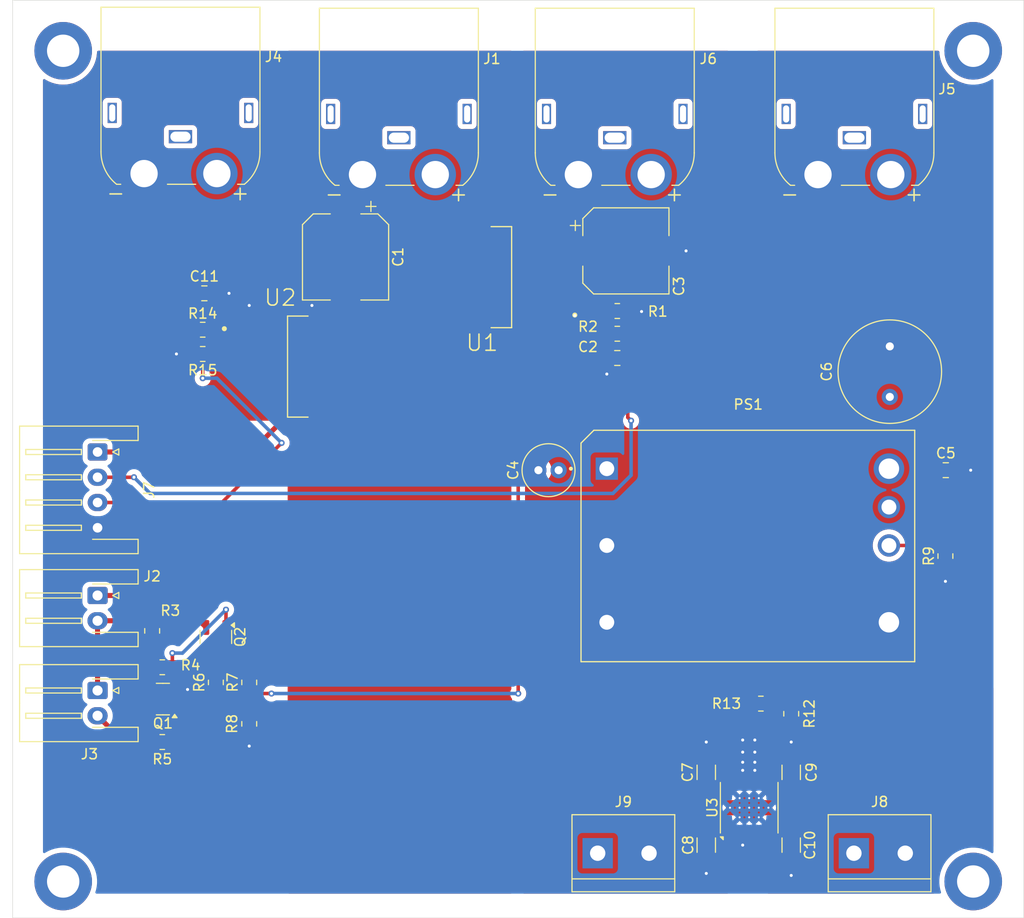
<source format=kicad_pcb>
(kicad_pcb (version 20241229) (generator "pcbnew") (generator_version "9.0")
  (layers (0 "F.Cu" signal) (2 "B.Cu" signal) (13 "F.Paste" user) (15 "B.Paste" user) (5 "F.SilkS" user "F.Silkscreen") (7 "B.SilkS" user "B.Silkscreen") (1 "F.Mask" user) (3 "B.Mask" user) (25 "Edge.Cuts" user))
  (net 0 "")
  (net 1 "GND")
  (net 2 "24V_BAT")
  (net 3 "LOAD_VCC")
  (net 4 "+12V")
  (net 5 "+5V")
  (net 6 "/HE_IS")
  (net 7 "Net-(J2-Pin_2)")
  (net 8 "Net-(J3-Pin_2)")
  (net 9 "/HE+")
  (net 10 "/PWR_CTRL_IS")
  (net 11 "/HE_CTRL")
  (net 12 "Net-(PS1-TRIM)")
  (net 13 "Net-(Q1-B)")
  (net 14 "Net-(Q1-C)")
  (net 15 "Net-(Q2-B)")
  (net 16 "Net-(Q2-C)")
  (net 17 "Net-(U1-IS)")
  (net 18 "/PWR_CTRL")
  (net 19 "Net-(U3-FB)")
  (net 20 "Net-(U2-IS)")
  (footprint "MountingHole:MountingHole_3.2mm_M3_ISO7380_Pad" (layer "F.Cu") (at 45 132.2)
    (property "Reference" "REF**" (hide yes))
    (property "Value" "MountingHole_3.2mm_M3_ISO7380_Pad" (hide yes))
    (pad "1" thru_hole circle (at 0 0) (size 5.7 5.7) (drill 3.2) (layers "*.Cu" "*.Mask"))
  )
  (footprint "Connector_JST:JST_XH_S2B-XH-A-1_1x02_P2.50mm_Horizontal" (layer "F.Cu") (at 48.4 103.9 -90)
    (property "Reference" "J2" (at -1.9 -5.4 0) (layer "F.SilkS"))
    (property "Value" "ESTOP")
    (pad "1" thru_hole roundrect (at 0 0 270) (size 1.7 2) (drill 1) (layers "*.Cu" "*.Mask") (roundrect_rratio 0.147059) (net 2 "24V_BAT"))
    (pad "2" thru_hole oval (at 2.5 0 270) (size 1.7 2) (drill 1) (layers "*.Cu" "*.Mask") (net 7 "Net-(J2-Pin_2)"))
  )
  (footprint "BTS50010-1TAE:BTS50010-1TAE" (layer "F.Cu") (at 69.6125 81.25)
    (property "Reference" "U2" (at -3.145 -6.82 0) (layer "F.SilkS") (effects (font (size 1.6 1.6))))
    (property "Value" "BTS50010-1TAE")
    (pad "1" smd rect (at -6.075 -3.81) (size 3.7 0.8) (layers "F.Cu" "F.Mask" "F.Paste") (net 1 "GND"))
    (pad "2" smd rect (at -6.075 -2.54) (size 3.7 0.8) (layers "F.Cu" "F.Mask" "F.Paste") (net 11 "/HE_CTRL"))
    (pad "3" smd rect (at -6.075 -1.27) (size 3.7 0.8) (layers "F.Cu" "F.Mask" "F.Paste") (net 20 "Net-(U2-IS)"))
    (pad "5" smd rect (at -6.075 1.27) (size 3.7 0.8) (layers "F.Cu" "F.Mask" "F.Paste") (net 9 "/HE+"))
    (pad "6" smd rect (at -6.075 2.54) (size 3.7 0.8) (layers "F.Cu" "F.Mask" "F.Paste") (net 9 "/HE+"))
    (pad "7" smd rect (at -6.075 3.81) (size 3.7 0.8) (layers "F.Cu" "F.Mask" "F.Paste") (net 9 "/HE+"))
    (pad "8" smd rect (at 3.925 0 90) (size 10.3 8) (layers "F.Cu" "F.Mask") (net 2 "24V_BAT"))
  )
  (footprint "Capacitor_SMD:CP_Elec_8x10" (layer "F.Cu") (at 100.65 69.8)
    (property "Reference" "C3" (at 5.25 3.5 90) (layer "F.SilkS"))
    (property "Value" "100uF")
    (pad "1" smd roundrect (at -3.25 0) (size 3.5 2.5) (layers "F.Cu" "F.Mask" "F.Paste") (roundrect_rratio 0.1) (net 3 "LOAD_VCC"))
    (pad "2" smd roundrect (at 3.25 0) (size 3.5 2.5) (layers "F.Cu" "F.Mask" "F.Paste") (roundrect_rratio 0.1) (net 1 "GND"))
  )
  (footprint "Package_TO_SOT_SMD:SOT-23" (layer "F.Cu") (at 60.1 108 -90)
    (property "Reference" "Q2" (at 0 -2.4 90) (layer "F.SilkS"))
    (property "Value" "MMBT3906")
    (pad "1" smd roundrect (at -0.9375 -0.95 270) (size 1.475 0.6) (layers "F.Cu" "F.Mask" "F.Paste") (net 15 "Net-(Q2-B)"))
    (pad "2" smd roundrect (at -0.9375 0.95 270) (size 1.475 0.6) (layers "F.Cu" "F.Mask" "F.Paste") (net 7 "Net-(J2-Pin_2)"))
    (pad "3" smd roundrect (at 0.9375 0 270) (size 1.475 0.6) (layers "F.Cu" "F.Mask" "F.Paste") (net 16 "Net-(Q2-C)"))
  )
  (footprint "Connector_AMASS:AMASS_XT60IPW-M_1x03_P7.20mm_Horizontal" (layer "F.Cu") (at 119.65 62.25)
    (property "Reference" "J5" (at 12.75 -8.45 0) (layer "F.SilkS"))
    (property "Value" "XT60-M")
    (fp_text user "+" (at 9.5 1.9 0) (layer "F.SilkS") (effects (font (size 1.5 1.5))))
    (fp_text user "-" (at -2.8 1.9 0) (layer "F.SilkS") (effects (font (size 1.5 1.5))))
    (pad "" thru_hole rect (at -3.15 -6) (size 0.9 2) (drill oval 0.6 1.7) (layers "*.Cu" "*.Mask"))
    (pad "" thru_hole rect (at 10.35 -6) (size 0.9 2) (drill oval 0.6 1.7) (layers "*.Cu" "*.Mask"))
    (pad "1" thru_hole roundrect (at 0 0) (size 4.1 4.1) (drill 2.7) (layers "*.Cu" "*.Mask") (net 1 "GND"))
    (pad "2" thru_hole circle (at 7.2 0) (size 4.1 4.1) (drill 2.7) (layers "*.Cu" "*.Mask") (net 4 "+12V"))
    (pad "3" thru_hole rect (at 3.6 -3.65) (size 2.3 1.3) (drill oval 2 1) (layers "*.Cu" "*.Mask"))
  )
  (footprint "Resistor_SMD:R_0805_2012Metric_Pad1.20x1.40mm_HandSolder" (layer "F.Cu") (at 132.25 100 90)
    (property "Reference" "R9" (at 0 -1.65 90) (layer "F.SilkS"))
    (property "Value" "1.4k")
    (pad "1" smd roundrect (at -1 0 90) (size 1.2 1.4) (layers "F.Cu" "F.Mask" "F.Paste") (roundrect_rratio 0.208333) (net 1 "GND"))
    (pad "2" smd roundrect (at 1 0 90) (size 1.2 1.4) (layers "F.Cu" "F.Mask" "F.Paste") (roundrect_rratio 0.208333) (net 12 "Net-(PS1-TRIM)"))
  )
  (footprint "Resistor_SMD:R_0805_2012Metric_Pad1.20x1.40mm_HandSolder" (layer "F.Cu") (at 114 114.6)
    (property "Reference" "R13" (at -3.4 0 0) (layer "F.SilkS"))
    (property "Value" "2.49k")
    (pad "1" smd roundrect (at -1 0) (size 1.2 1.4) (layers "F.Cu" "F.Mask" "F.Paste") (roundrect_rratio 0.208333) (net 1 "GND"))
    (pad "2" smd roundrect (at 1 0) (size 1.2 1.4) (layers "F.Cu" "F.Mask" "F.Paste") (roundrect_rratio 0.208333) (net 19 "Net-(U3-FB)"))
  )
  (footprint "Resistor_SMD:R_0805_2012Metric_Pad1.20x1.40mm_HandSolder" (layer "F.Cu") (at 99.8 75.75 180)
    (property "Reference" "R1" (at -4 -0.05 0) (layer "F.SilkS"))
    (property "Value" "1k" (hide yes))
    (pad "1" smd roundrect (at -1 0 180) (size 1.2 1.4) (layers "F.Cu" "F.Mask" "F.Paste") (roundrect_rratio 0.208333) (net 1 "GND"))
    (pad "2" smd roundrect (at 1 0 180) (size 1.2 1.4) (layers "F.Cu" "F.Mask" "F.Paste") (roundrect_rratio 0.208333) (net 17 "Net-(U1-IS)"))
  )
  (footprint "I6A24014A033V-001-R:I6A24014A033V-001-R" (layer "F.Cu") (at 112.7125 99)
    (property "Reference" "PS1" (at 0.0375 -14 0) (layer "F.SilkS"))
    (property "Value" "I6A24014A033V-001-R")
    (pad "1" thru_hole rect (at -13.95 -7.65) (size 2.205 2.205) (drill 1.47) (layers "*.Cu" "*.Mask") (net 3 "LOAD_VCC"))
    (pad "2" thru_hole circle (at -13.95 -0.05) (size 2.205 2.205) (drill 1.47) (layers "*.Cu" "*.Mask") (net 1 "GND"))
    (pad "3" thru_hole circle (at -13.95 7.55) (size 2.205 2.205) (drill 1.47) (layers "*.Cu" "*.Mask") (net 1 "GND"))
    (pad "4" thru_hole circle (at 13.95 7.55) (size 3.03 3.03) (drill 2.02) (layers "*.Cu" "*.Mask") (net 1 "GND"))
    (pad "6" thru_hole circle (at 13.95 -0.05) (size 2.205 2.205) (drill 1.47) (layers "*.Cu" "*.Mask") (net 12 "Net-(PS1-TRIM)"))
    (pad "7" thru_hole circle (at 13.95 -3.85) (size 2.205 2.205) (drill 1.47) (layers "*.Cu" "*.Mask") (net 4 "+12V"))
    (pad "8" thru_hole circle (at 13.95 -7.65) (size 3.03 3.03) (drill 2.02) (layers "*.Cu" "*.Mask") (net 4 "+12V"))
  )
  (footprint "Connector_AMASS:AMASS_XT60IPW-M_1x03_P7.20mm_Horizontal" (layer "F.Cu") (at 74.6 62.25)
    (property "Reference" "J1" (at 12.8 -11.45 0) (layer "F.SilkS"))
    (property "Value" "XT60-M")
    (fp_text user "-" (at -2.8 1.9 0) (layer "F.SilkS") (effects (font (size 1.5 1.5))))
    (fp_text user "+" (at 9.5 1.9 0) (layer "F.SilkS") (effects (font (size 1.5 1.5))))
    (pad "" thru_hole rect (at -3.15 -6) (size 0.9 2) (drill oval 0.6 1.7) (layers "*.Cu" "*.Mask"))
    (pad "" thru_hole rect (at 10.35 -6) (size 0.9 2) (drill oval 0.6 1.7) (layers "*.Cu" "*.Mask"))
    (pad "1" thru_hole roundrect (at 0 0) (size 4.1 4.1) (drill 2.7) (layers "*.Cu" "*.Mask") (net 1 "GND"))
    (pad "2" thru_hole circle (at 7.2 0) (size 4.1 4.1) (drill 2.7) (layers "*.Cu" "*.Mask") (net 2 "24V_BAT"))
    (pad "3" thru_hole rect (at 3.6 -3.65) (size 2.3 1.3) (drill oval 2 1) (layers "*.Cu" "*.Mask"))
  )
  (footprint "MountingHole:MountingHole_3.2mm_M3_ISO7380_Pad" (layer "F.Cu") (at 45 50)
    (property "Reference" "REF**" (hide yes))
    (property "Value" "MountingHole_3.2mm_M3_ISO7380_Pad" (hide yes))
    (pad "1" thru_hole circle (at 0 0) (size 5.7 5.7) (drill 3.2) (layers "*.Cu" "*.Mask"))
  )
  (footprint "Capacitor_SMD:C_0805_2012Metric_Pad1.18x1.45mm_HandSolder" (layer "F.Cu") (at 99.8 80.4 180)
    (property "Reference" "C2" (at 2.9 1.1 0) (layer "F.SilkS"))
    (property "Value" "10nF" (hide yes))
    (pad "1" smd roundrect (at -1.0375 0 180) (size 1.175 1.45) (layers "F.Cu" "F.Mask" "F.Paste") (roundrect_rratio 0.212766) (net 10 "/PWR_CTRL_IS"))
    (pad "2" smd roundrect (at 1.0375 0 180) (size 1.175 1.45) (layers "F.Cu" "F.Mask" "F.Paste") (roundrect_rratio 0.212766) (net 1 "GND"))
  )
  (footprint "Connector_AMASS:AMASS_XT60IPW-M_1x03_P7.20mm_Horizontal" (layer "F.Cu") (at 95.95 62.25)
    (property "Reference" "J6" (at 12.85 -11.45 0) (layer "F.SilkS"))
    (property "Value" "XT60-M")
    (fp_text user "+" (at 9.5 1.9 0) (layer "F.SilkS") (effects (font (size 1.5 1.5))))
    (fp_text user "-" (at -2.8 1.9 0) (layer "F.SilkS") (effects (font (size 1.5 1.5))))
    (pad "" thru_hole rect (at -3.15 -6) (size 0.9 2) (drill oval 0.6 1.7) (layers "*.Cu" "*.Mask"))
    (pad "" thru_hole rect (at 10.35 -6) (size 0.9 2) (drill oval 0.6 1.7) (layers "*.Cu" "*.Mask"))
    (pad "1" thru_hole roundrect (at 0 0) (size 4.1 4.1) (drill 2.7) (layers "*.Cu" "*.Mask") (net 1 "GND"))
    (pad "2" thru_hole circle (at 7.2 0) (size 4.1 4.1) (drill 2.7) (layers "*.Cu" "*.Mask") (net 3 "LOAD_VCC"))
    (pad "3" thru_hole rect (at 3.6 -3.65) (size 2.3 1.3) (drill oval 2 1) (layers "*.Cu" "*.Mask"))
  )
  (footprint "Capacitor_THT:C_Radial_D10.0mm_H12.5mm_P5.00mm" (layer "F.Cu") (at 126.75 84.25 90)
    (property "Reference" "C6" (at 2.5 -6.25 90) (layer "F.SilkS"))
    (property "Value" "330uF")
    (pad "1" thru_hole circle (at 0 0 90) (size 1.6 1.6) (drill 0.8) (layers "*.Cu" "*.Mask") (net 4 "+12V"))
    (pad "2" thru_hole circle (at 5 0 90) (size 1.6 1.6) (drill 0.8) (layers "*.Cu" "*.Mask") (net 1 "GND"))
  )
  (footprint "Resistor_SMD:R_0805_2012Metric_Pad1.20x1.40mm_HandSolder" (layer "F.Cu") (at 58.8 80)
    (property "Reference" "R14" (at 0 -4 0) (layer "F.SilkS"))
    (property "Value" "1k")
    (pad "1" smd roundrect (at -1 0) (size 1.2 1.4) (layers "F.Cu" "F.Mask" "F.Paste") (roundrect_rratio 0.208333) (net 1 "GND"))
    (pad "2" smd roundrect (at 1 0) (size 1.2 1.4) (layers "F.Cu" "F.Mask" "F.Paste") (roundrect_rratio 0.208333) (net 20 "Net-(U2-IS)"))
  )
  (footprint "Resistor_SMD:R_0805_2012Metric_Pad1.20x1.40mm_HandSolder" (layer "F.Cu") (at 53.8 107.4 90)
    (property "Reference" "R3" (at 2 1.8 180) (layer "F.SilkS"))
    (property "Value" "10k")
    (pad "1" smd roundrect (at -1 0 90) (size 1.2 1.4) (layers "F.Cu" "F.Mask" "F.Paste") (roundrect_rratio 0.208333) (net 14 "Net-(Q1-C)"))
    (pad "2" smd roundrect (at 1 0 90) (size 1.2 1.4) (layers "F.Cu" "F.Mask" "F.Paste") (roundrect_rratio 0.208333) (net 7 "Net-(J2-Pin_2)"))
  )
  (footprint "Resistor_SMD:R_0805_2012Metric_Pad1.20x1.40mm_HandSolder" (layer "F.Cu") (at 117 115.6 -90)
    (property "Reference" "R12" (at 0 -1.8 90) (layer "F.SilkS"))
    (property "Value" "10k")
    (pad "1" smd roundrect (at -1 0 270) (size 1.2 1.4) (layers "F.Cu" "F.Mask" "F.Paste") (roundrect_rratio 0.208333) (net 19 "Net-(U3-FB)"))
    (pad "2" smd roundrect (at 1 0 270) (size 1.2 1.4) (layers "F.Cu" "F.Mask" "F.Paste") (roundrect_rratio 0.208333) (net 5 "+5V"))
  )
  (footprint "Resistor_SMD:R_0805_2012Metric_Pad1.20x1.40mm_HandSolder" (layer "F.Cu") (at 99.8 78)
    (property "Reference" "R2" (at -2.9 -0.7 180) (layer "F.SilkS"))
    (property "Value" "4.7k" (hide yes))
    (pad "1" smd roundrect (at -1 0) (size 1.2 1.4) (layers "F.Cu" "F.Mask" "F.Paste") (roundrect_rratio 0.208333) (net 17 "Net-(U1-IS)"))
    (pad "2" smd roundrect (at 1 0) (size 1.2 1.4) (layers "F.Cu" "F.Mask" "F.Paste") (roundrect_rratio 0.208333) (net 10 "/PWR_CTRL_IS"))
  )
  (footprint "Capacitor_SMD:C_1206_3216Metric_Pad1.33x1.80mm_HandSolder" (layer "F.Cu") (at 117 121.4 90)
    (property "Reference" "C9" (at 0 2 90) (layer "F.SilkS"))
    (property "Value" "47uF")
    (pad "1" smd roundrect (at -1.5625 0 90) (size 1.325 1.8) (layers "F.Cu" "F.Mask" "F.Paste") (roundrect_rratio 0.188679) (net 5 "+5V"))
    (pad "2" smd roundrect (at 1.5625 0 90) (size 1.325 1.8) (layers "F.Cu" "F.Mask" "F.Paste") (roundrect_rratio 0.188679) (net 1 "GND"))
  )
  (footprint "Capacitor_THT:C_Radial_D5.0mm_H11.0mm_P2.00mm" (layer "F.Cu") (at 94 91.5 180)
    (property "Reference" "C4" (at 4.5 0 90) (layer "F.SilkS"))
    (property "Value" "22uF")
    (pad "1" thru_hole circle (at 0 0 180) (size 1.6 1.6) (drill 0.8) (layers "*.Cu" "*.Mask") (net 3 "LOAD_VCC"))
    (pad "2" thru_hole circle (at 2 0 180) (size 1.6 1.6) (drill 0.8) (layers "*.Cu" "*.Mask") (net 1 "GND"))
  )
  (footprint "Capacitor_SMD:C_1206_3216Metric_Pad1.33x1.80mm_HandSolder" (layer "F.Cu") (at 108.6 121.4 90)
    (property "Reference" "C7" (at 0 -1.85 90) (layer "F.SilkS"))
    (property "Value" "10uF")
    (pad "1" smd roundrect (at -1.5625 0 90) (size 1.325 1.8) (layers "F.Cu" "F.Mask" "F.Paste") (roundrect_rratio 0.188679) (net 3 "LOAD_VCC"))
    (pad "2" smd roundrect (at 1.5625 0 90) (size 1.325 1.8) (layers "F.Cu" "F.Mask" "F.Paste") (roundrect_rratio 0.188679) (net 1 "GND"))
  )
  (footprint "Connector_AMASS:AMASS_XT60IPW-M_1x03_P7.20mm_Horizontal" (layer "F.Cu") (at 53 62.15)
    (property "Reference" "J4" (at 12.8 -11.55 0) (layer "F.SilkS"))
    (property "Value" "XT60-M")
    (fp_text user "+" (at 9.5 1.9 0) (layer "F.SilkS") (effects (font (size 1.5 1.5))))
    (fp_text user "-" (at -2.8 1.9 0) (layer "F.SilkS") (effects (font (size 1.5 1.5))))
    (pad "" thru_hole rect (at -3.15 -6) (size 0.9 2) (drill oval 0.6 1.7) (layers "*.Cu" "*.Mask"))
    (pad "" thru_hole rect (at 10.35 -6) (size 0.9 2) (drill oval 0.6 1.7) (layers "*.Cu" "*.Mask"))
    (pad "1" thru_hole roundrect (at 0 0) (size 4.1 4.1) (drill 2.7) (layers "*.Cu" "*.Mask") (net 1 "GND"))
    (pad "2" thru_hole circle (at 7.2 0) (size 4.1 4.1) (drill 2.7) (layers "*.Cu" "*.Mask") (net 9 "/HE+"))
    (pad "3" thru_hole rect (at 3.6 -3.65) (size 2.3 1.3) (drill oval 2 1) (layers "*.Cu" "*.Mask"))
  )
  (footprint "Capacitor_SMD:C_1206_3216Metric_Pad1.33x1.80mm_HandSolder" (layer "F.Cu") (at 108.6 128.6 -90)
    (property "Reference" "C8" (at 0 1.8 90) (layer "F.SilkS"))
    (property "Value" "10uF")
    (pad "1" smd roundrect (at -1.5625 0 270) (size 1.325 1.8) (layers "F.Cu" "F.Mask" "F.Paste") (roundrect_rratio 0.188679) (net 3 "LOAD_VCC"))
    (pad "2" smd roundrect (at 1.5625 0 270) (size 1.325 1.8) (layers "F.Cu" "F.Mask" "F.Paste") (roundrect_rratio 0.188679) (net 1 "GND"))
  )
  (footprint "Resistor_SMD:R_0805_2012Metric_Pad1.20x1.40mm_HandSolder" (layer "F.Cu") (at 58.8 77.6 180)
    (property "Reference" "R15" (at 0 -4 0) (layer "F.SilkS"))
    (property "Value" "4.7k")
    (pad "1" smd roundrect (at -1 0 180) (size 1.2 1.4) (layers "F.Cu" "F.Mask" "F.Paste") (roundrect_rratio 0.208333) (net 20 "Net-(U2-IS)"))
    (pad "2" smd roundrect (at 1 0 180) (size 1.2 1.4) (layers "F.Cu" "F.Mask" "F.Paste") (roundrect_rratio 0.208333) (net 6 "/HE_IS"))
  )
  (footprint "Resistor_SMD:R_0805_2012Metric_Pad1.20x1.40mm_HandSolder" (layer "F.Cu") (at 63.4 116.6 90)
    (property "Reference" "R8" (at 0 -1.7 90) (layer "F.SilkS"))
    (property "Value" "10k")
    (pad "1" smd roundrect (at -1 0 90) (size 1.2 1.4) (layers "F.Cu" "F.Mask" "F.Paste") (roundrect_rratio 0.208333) (net 1 "GND"))
    (pad "2" smd roundrect (at 1 0 90) (size 1.2 1.4) (layers "F.Cu" "F.Mask" "F.Paste") (roundrect_rratio 0.208333) (net 18 "/PWR_CTRL"))
  )
  (footprint "Package_TO_SOT_SMD:SOT-23" (layer "F.Cu") (at 54.8625 114.15 180)
    (property "Reference" "Q1" (at 0 -2.4 0) (layer "F.SilkS"))
    (property "Value" "MMBT3904")
    (pad "1" smd roundrect (at -0.9375 -0.95 180) (size 1.475 0.6) (layers "F.Cu" "F.Mask" "F.Paste") (net 13 "Net-(Q1-B)"))
    (pad "2" smd roundrect (at -0.9375 0.95 180) (size 1.475 0.6) (layers "F.Cu" "F.Mask" "F.Paste") (net 1 "GND"))
    (pad "3" smd roundrect (at 0.9375 0 180) (size 1.475 0.6) (layers "F.Cu" "F.Mask" "F.Paste") (net 14 "Net-(Q1-C)"))
  )
  (footprint "Capacitor_SMD:C_1206_3216Metric_Pad1.33x1.80mm_HandSolder" (layer "F.Cu") (at 117 128.6 -90)
    (property "Reference" "C10" (at 0 -1.85 90) (layer "F.SilkS"))
    (property "Value" "47uF")
    (pad "1" smd roundrect (at -1.5625 0 270) (size 1.325 1.8) (layers "F.Cu" "F.Mask" "F.Paste") (roundrect_rratio 0.188679) (net 5 "+5V"))
    (pad "2" smd roundrect (at 1.5625 0 270) (size 1.325 1.8) (layers "F.Cu" "F.Mask" "F.Paste") (roundrect_rratio 0.188679) (net 1 "GND"))
  )
  (footprint "Capacitor_SMD:C_0805_2012Metric_Pad1.18x1.45mm_HandSolder" (layer "F.Cu") (at 58.9625 74)
    (property "Reference" "C11" (at 0 -1.68 0) (layer "F.SilkS"))
    (property "Value" "10nF")
    (pad "1" smd roundrect (at -1.0375 0) (size 1.175 1.45) (layers "F.Cu" "F.Mask" "F.Paste") (roundrect_rratio 0.212766) (net 6 "/HE_IS"))
    (pad "2" smd roundrect (at 1.0375 0) (size 1.175 1.45) (layers "F.Cu" "F.Mask" "F.Paste") (roundrect_rratio 0.212766) (net 1 "GND"))
  )
  (footprint "Resistor_SMD:R_0805_2012Metric_Pad1.20x1.40mm_HandSolder" (layer "F.Cu") (at 63.4 112.5 90)
    (property "Reference" "R7" (at 0 -1.65 90) (layer "F.SilkS"))
    (property "Value" "10k")
    (pad "1" smd roundrect (at -1 0 90) (size 1.2 1.4) (layers "F.Cu" "F.Mask" "F.Paste") (roundrect_rratio 0.208333) (net 18 "/PWR_CTRL"))
    (pad "2" smd roundrect (at 1 0 90) (size 1.2 1.4) (layers "F.Cu" "F.Mask" "F.Paste") (roundrect_rratio 0.208333) (net 16 "Net-(Q2-C)"))
  )
  (footprint "Resistor_SMD:R_0805_2012Metric_Pad1.20x1.40mm_HandSolder" (layer "F.Cu") (at 54.8 111)
    (property "Reference" "R4" (at 2.8 -0.2 0) (layer "F.SilkS"))
    (property "Value" "10k")
    (pad "1" smd roundrect (at -1 0) (size 1.2 1.4) (layers "F.Cu" "F.Mask" "F.Paste") (roundrect_rratio 0.208333) (net 14 "Net-(Q1-C)"))
    (pad "2" smd roundrect (at 1 0) (size 1.2 1.4) (layers "F.Cu" "F.Mask" "F.Paste") (roundrect_rratio 0.208333) (net 15 "Net-(Q2-B)"))
  )
  (footprint "Capacitor_SMD:C_0805_2012Metric_Pad1.18x1.45mm_HandSolder" (layer "F.Cu") (at 132.2875 91.5)
    (property "Reference" "C5" (at 0 -1.68 0) (layer "F.SilkS"))
    (property "Value" "100nF")
    (pad "1" smd roundrect (at -1.0375 0) (size 1.175 1.45) (layers "F.Cu" "F.Mask" "F.Paste") (roundrect_rratio 0.212766) (net 4 "+12V"))
    (pad "2" smd roundrect (at 1.0375 0) (size 1.175 1.45) (layers "F.Cu" "F.Mask" "F.Paste") (roundrect_rratio 0.212766) (net 1 "GND"))
  )
  (footprint "Connector_JST:JST_XH_S4B-XH-A-1_1x04_P2.50mm_Horizontal" (layer "F.Cu") (at 48.4 89.7 -90)
    (property "Reference" "J7" (at 3.75 -5.1 270) (layer "F.SilkS"))
    (property "Value" "Conn_01x04")
    (pad "1" thru_hole roundrect (at 0 0 270) (size 1.7 1.95) (drill 0.95) (layers "*.Cu" "*.Mask") (roundrect_rratio 0.147059) (net 11 "/HE_CTRL"))
    (pad "2" thru_hole oval (at 2.5 0 270) (size 1.7 1.95) (drill 0.95) (layers "*.Cu" "*.Mask") (net 10 "/PWR_CTRL_IS"))
    (pad "3" thru_hole oval (at 5 0 270) (size 1.7 1.95) (drill 0.95) (layers "*.Cu" "*.Mask") (net 6 "/HE_IS"))
    (pad "4" thru_hole oval (at 7.5 0 270) (size 1.7 1.95) (drill 0.95) (layers "*.Cu" "*.Mask") (net 1 "GND"))
  )
  (footprint "MountingHole:MountingHole_3.2mm_M3_ISO7380_Pad" (layer "F.Cu") (at 135 132.2)
    (property "Reference" "REF**" (hide yes))
    (property "Value" "MountingHole_3.2mm_M3_ISO7380_Pad" (hide yes))
    (pad "1" thru_hole circle (at 0 0) (size 5.7 5.7) (drill 3.2) (layers "*.Cu" "*.Mask"))
  )
  (footprint "TerminalBlock:TerminalBlock_bornier-2_P5.08mm" (layer "F.Cu") (at 123.2 129.4)
    (property "Reference" "J8" (at 2.54 -5.08 0) (layer "F.SilkS"))
    (property "Value" "Screw_Terminal_01x02")
    (pad "1" thru_hole rect (at 0 0) (size 3 3) (drill 1.52) (layers "*.Cu" "*.Mask") (net 5 "+5V"))
    (pad "2" thru_hole circle (at 5.08 0) (size 3 3) (drill 1.52) (layers "*.Cu" "*.Mask") (net 1 "GND"))
  )
  (footprint "BTS50010-1TAE:BTS50010-1TAE" (layer "F.Cu") (at 86.925 72.4 180)
    (property "Reference" "U1" (at 0.5 -6.5 0) (layer "F.SilkS") (effects (font (size 1.6 1.6))))
    (property "Value" "BTS50010-1TAE")
    (pad "1" smd rect (at -6.075 -3.81 180) (size 3.7 0.8) (layers "F.Cu" "F.Mask" "F.Paste") (net 1 "GND"))
    (pad "2" smd rect (at -6.075 -2.54 180) (size 3.7 0.8) (layers "F.Cu" "F.Mask" "F.Paste") (net 18 "/PWR_CTRL"))
    (pad "3" smd rect (at -6.075 -1.27 180) (size 3.7 0.8) (layers "F.Cu" "F.Mask" "F.Paste") (net 17 "Net-(U1-IS)"))
    (pad "5" smd rect (at -6.075 1.27 180) (size 3.7 0.8) (layers "F.Cu" "F.Mask" "F.Paste") (net 3 "LOAD_VCC"))
    (pad "6" smd rect (at -6.075 2.54 180) (size 3.7 0.8) (layers "F.Cu" "F.Mask" "F.Paste") (net 3 "LOAD_VCC"))
    (pad "7" smd rect (at -6.075 3.81 180) (size 3.7 0.8) (layers "F.Cu" "F.Mask" "F.Paste") (net 3 "LOAD_VCC"))
    (pad "8" smd rect (at 3.925 0 270) (size 10.3 8) (layers "F.Cu" "F.Mask") (net 2 "24V_BAT"))
  )
  (footprint "Package_DFN_QFN:Texas_B3QFN-14-1EP_5x5.5mm_P0.65mm_ThermalVia" (layer "F.Cu") (at 112.845 124.9 90)
    (property "Reference" "U3" (at 0 -3.65 90) (layer "F.SilkS"))
    (property "Value" "TPSM53604RDA")
    (pad "1" smd roundrect (at -2 -2.145 90) (size 1.4 0.5) (layers "F.Cu" "F.Mask" "F.Paste") (roundrect_rratio 0.1) (net 3 "LOAD_VCC"))
    (pad "2" smd roundrect (at -2.35 -1.17 90) (size 0.7 0.35) (layers "F.Cu" "F.Mask" "F.Paste") (roundrect_rratio 0.143) (net 3 "LOAD_VCC"))
    (pad "3" smd roundrect (at -2.35 -0.52 90) (size 0.7 0.35) (layers "F.Cu" "F.Mask" "F.Paste") (roundrect_rratio 0.143) (net 1 "GND"))
    (pad "4" smd roundrect (at -2.35 0.13 90) (size 0.7 0.35) (layers "F.Cu" "F.Mask" "F.Paste") (roundrect_rratio 0.143))
    (pad "5" smd roundrect (at -2.35 0.78 90) (size 0.7 0.35) (layers "F.Cu" "F.Mask" "F.Paste") (roundrect_rratio 0.143))
    (pad "6" smd roundrect (at -2.35 1.43 90) (size 0.7 0.35) (layers "F.Cu" "F.Mask" "F.Paste") (roundrect_rratio 0.143))
    (pad "7" smd roundrect (at -2 2.155 90) (size 1.4 0.5) (layers "F.Cu" "F.Mask" "F.Paste") (roundrect_rratio 0.1) (net 5 "+5V"))
    (pad "8" smd roundrect (at 2 2.155 90) (size 1.4 0.5) (layers "F.Cu" "F.Mask" "F.Paste") (roundrect_rratio 0.1) (net 5 "+5V"))
    (pad "9" smd roundrect (at 2.35 1.43 90) (size 0.7 0.35) (layers "F.Cu" "F.Mask" "F.Paste") (roundrect_rratio 0.143) (net 19 "Net-(U3-FB)"))
    (pad "10" smd roundrect (at 2.35 0.78 90) (size 0.7 0.35) (layers "F.Cu" "F.Mask" "F.Paste") (roundrect_rratio 0.143) (net 1 "GND"))
    (pad "11" smd roundrect (at 2.35 0.13 90) (size 0.7 0.35) (layers "F.Cu" "F.Mask" "F.Paste") (roundrect_rratio 0.143) (net 1 "GND"))
    (pad "12" smd roundrect (at 2.35 -0.52 90) (size 0.7 0.35) (layers "F.Cu" "F.Mask" "F.Paste") (roundrect_rratio 0.143) (net 1 "GND"))
    (pad "13" smd roundrect (at 2.35 -1.17 90) (size 0.7 0.35) (layers "F.Cu" "F.Mask" "F.Paste") (roundrect_rratio 0.143))
    (pad "14" smd roundrect (at 2 -2.145 90) (size 1.4 0.5) (layers "F.Cu" "F.Mask" "F.Paste") (roundrect_rratio 0.1) (net 3 "LOAD_VCC"))
    (pad "15" thru_hole circle (at -0.95 -0.95 90) (size 0.5 0.5) (drill 0.2) (layers "*.Cu" "*.Mask") (net 1 "GND"))
    (pad "15" thru_hole circle (at -0.95 0 90) (size 0.5 0.5) (drill 0.2) (layers "*.Cu" "*.Mask") (net 1 "GND"))
    (pad "15" thru_hole circle (at -0.95 0.95 90) (size 0.5 0.5) (drill 0.2) (layers "*.Cu" "*.Mask") (net 1 "GND"))
    (pad "15" thru_hole circle (at 0 -1.9 90) (size 0.5 0.5) (drill 0.2) (layers "*.Cu" "*.Mask") (net 1 "GND"))
    (pad "15" thru_hole circle (at 0 -0.95 90) (size 0.5 0.5) (drill 0.2) (layers "*.Cu" "*.Mask") (net 1 "GND"))
    (pad "15" thru_hole circle (at 0 0 90) (size 0.5 0.5) (drill 0.2) (layers "*.Cu" "*.Mask") (net 1 "GND"))
    (pad "15" smd custom (at 0 0 90) (size 2.5 2.5) (layers "F.Cu" "F.Mask") (net 1 "GND") (options (clearance outline) (anchor rect)) (primitives (gr_poly (pts (xy 0.75 -1.25) (xy -0.75 -1.25) (xy -0.75 -2.3) (xy 0.75 -2.3)) (width 0) (fill yes)) (gr_poly (pts (xy 0.75 2.3) (xy -0.75 2.3) (xy -0.75 1.25) (xy 0.75 1.25)) (width 0) (fill yes))))
    (pad "15" thru_hole circle (at 0 0.95 90) (size 0.5 0.5) (drill 0.2) (layers "*.Cu" "*.Mask") (net 1 "GND"))
    (pad "15" thru_hole circle (at 0 1.9 90) (size 0.5 0.5) (drill 0.2) (layers "*.Cu" "*.Mask") (net 1 "GND"))
    (pad "15" thru_hole circle (at 0.95 -0.95 90) (size 0.5 0.5) (drill 0.2) (layers "*.Cu" "*.Mask") (net 1 "GND"))
    (pad "15" thru_hole circle (at 0.95 0 90) (size 0.5 0.5) (drill 0.2) (layers "*.Cu" "*.Mask") (net 1 "GND"))
    (pad "15" thru_hole circle (at 0.95 0.95 90) (size 0.5 0.5) (drill 0.2) (layers "*.Cu" "*.Mask") (net 1 "GND"))
  )
  (footprint "MountingHole:MountingHole_3.2mm_M3_ISO7380_Pad" (layer "F.Cu") (at 135 50)
    (property "Reference" "REF**" (hide yes))
    (property "Value" "MountingHole_3.2mm_M3_ISO7380_Pad" (hide yes))
    (pad "1" thru_hole circle (at 0 0) (size 5.7 5.7) (drill 3.2) (layers "*.Cu" "*.Mask"))
  )
  (footprint "Capacitor_SMD:CP_Elec_8x10" (layer "F.Cu") (at 72.925 70.4 -90)
    (property "Reference" "C1" (at 0 -5.2 90) (layer "F.SilkS"))
    (property "Value" "100uF")
    (pad "1" smd roundrect (at -3.25 0 270) (size 3.5 2.5) (layers "F.Cu" "F.Mask" "F.Paste") (roundrect_rratio 0.1) (net 2 "24V_BAT"))
    (pad "2" smd roundrect (at 3.25 0 270) (size 3.5 2.5) (layers "F.Cu" "F.Mask" "F.Paste") (roundrect_rratio 0.1) (net 1 "GND"))
  )
  (footprint "Resistor_SMD:R_0805_2012Metric_Pad1.20x1.40mm_HandSolder" (layer "F.Cu") (at 60.1 112.5 90)
    (property "Reference" "R6" (at 0 -1.65 90) (layer "F.SilkS"))
    (property "Value" "10k")
    (pad "1" smd roundrect (at -1 0 90) (size 1.2 1.4) (layers "F.Cu" "F.Mask" "F.Paste") (roundrect_rratio 0.208333) (net 13 "Net-(Q1-B)"))
    (pad "2" smd roundrect (at 1 0 90) (size 1.2 1.4) (layers "F.Cu" "F.Mask" "F.Paste") (roundrect_rratio 0.208333) (net 16 "Net-(Q2-C)"))
  )
  (footprint "Connector_JST:JST_XH_S2B-XH-A-1_1x02_P2.50mm_Horizontal" (layer "F.Cu") (at 48.4 113.3 -90)
    (property "Reference" "J3" (at 6.3 0.8 0) (layer "F.SilkS"))
    (property "Value" "ON")
    (pad "1" thru_hole roundrect (at 0 0 270) (size 1.7 2) (drill 1) (layers "*.Cu" "*.Mask") (roundrect_rratio 0.147059) (net 7 "Net-(J2-Pin_2)"))
    (pad "2" thru_hole oval (at 2.5 0 270) (size 1.7 2) (drill 1) (layers "*.Cu" "*.Mask") (net 8 "Net-(J3-Pin_2)"))
  )
  (footprint "Resistor_SMD:R_0805_2012Metric_Pad1.20x1.40mm_HandSolder" (layer "F.Cu") (at 54.8 118.4)
    (property "Reference" "R5" (at 0 1.7 0) (layer "F.SilkS"))
    (property "Value" "10k")
    (pad "1" smd roundrect (at -1 0) (size 1.2 1.4) (layers "F.Cu" "F.Mask" "F.Paste") (roundrect_rratio 0.208333) (net 8 "Net-(J3-Pin_2)"))
    (pad "2" smd roundrect (at 1 0) (size 1.2 1.4) (layers "F.Cu" "F.Mask" "F.Paste") (roundrect_rratio 0.208333) (net 13 "Net-(Q1-B)"))
  )
  (footprint "TerminalBlock:TerminalBlock_bornier-2_P5.08mm" (layer "F.Cu") (at 97.86 129.4)
    (property "Reference" "J9" (at 2.54 -5.08 0) (layer "F.SilkS"))
    (property "Value" "Screw_Terminal_01x02")
    (pad "1" thru_hole rect (at 0 0) (size 3 3) (drill 1.52) (layers "*.Cu" "*.Mask") (net 3 "LOAD_VCC"))
    (pad "2" thru_hole circle (at 5.08 0) (size 3 3) (drill 1.52) (layers "*.Cu" "*.Mask") (net 1 "GND"))
  )
  (gr_rect (start 40 45) (end 140 135.8) (stroke (width 0.05)) (fill no) (layer "Edge.Cuts"))
  (segment (start 98.7625 80.4) (end 98.7625 81.9875) (width 0.35) (layer "F.Cu") (net 1))
  (segment (start 57.8 80) (end 56.2 80) (width 0.35) (layer "F.Cu") (net 1))
  (segment (start 103.9 69.8) (end 106.6 69.8) (width 0.35) (layer "F.Cu") (net 1))
  (segment (start 117 130.1625) (end 117 131.6) (width 0.35) (layer "F.Cu") (net 1))
  (segment (start 72.925 73.65) (end 71.15 73.65) (width 0.35) (layer "F.Cu") (net 1))
  (segment (start 112.325 127.25) (end 112.325 128.475) (width 0.35) (layer "F.Cu") (net 1))
  (segment (start 100.8 75.75) (end 102.15 75.75) (width 0.35) (layer "F.Cu") (net 1))
  (segment (start 63.5375 75.3375) (end 63.4 75.2) (width 0.5) (layer "F.Cu") (net 1))
  (segment (start 71.15 73.65) (end 69.6 75.2) (width 0.35) (layer "F.Cu") (net 1))
  (segment (start 108.6 130.1625) (end 108.6 131.4) (width 0.35) (layer "F.Cu") (net 1))
  (segment (start 112.325 128.475) (end 112.2 128.6) (width 0.35) (layer "F.Cu") (net 1))
  (segment (start 55.8 113.2) (end 57.3 113.2) (width 0.5) (layer "F.Cu") (net 1))
  (segment (start 63.5375 77.44) (end 63.5375 75.3375) (width 0.5) (layer "F.Cu") (net 1))
  (segment (start 108.6 119.8375) (end 108.6 118.4) (width 0.35) (layer "F.Cu") (net 1))
  (segment (start 132.25 101) (end 132.25 102.5) (width 0.35) (layer "F.Cu") (net 1))
  (segment (start 133.325 91.5) (end 134.75 91.5) (width 0.35) (layer "F.Cu") (net 1))
  (segment (start 95.59 76.21) (end 95.6 76.2) (width 0.35) (layer "F.Cu") (net 1))
  (segment (start 63.4 117.6) (end 63.4 118.8) (width 0.35) (layer "F.Cu") (net 1))
  (segment (start 60 74) (end 61.4 74) (width 0.5) (layer "F.Cu") (net 1))
  (segment (start 93 76.21) (end 95.59 76.21) (width 0.35) (layer "F.Cu") (net 1))
  (segment (start 102.15 75.75) (end 102.2 75.8) (width 0.35) (layer "F.Cu") (net 1))
  (segment (start 117 119.8375) (end 117 118.4) (width 0.35) (layer "F.Cu") (net 1))
  (via (at 113.4 121.2) (size 0.6) (drill 0.3) (layers "F.Cu" "B.Cu") (net 1))
  (via (at 108.6 131.4) (size 0.6) (drill 0.3) (layers "F.Cu" "B.Cu") (net 1))
  (via (at 61.4 74) (size 0.6) (drill 0.3) (layers "F.Cu" "B.Cu") (net 1))
  (via (at 112.2 121.2) (size 0.6) (drill 0.3) (layers "F.Cu" "B.Cu") (net 1))
  (via (at 98.7625 81.9875) (size 0.6) (drill 0.3) (layers "F.Cu" "B.Cu") (net 1))
  (via (at 117 118.4) (size 0.6) (drill 0.3) (layers "F.Cu" "B.Cu") (net 1))
  (via (at 63.4 118.8) (size 0.6) (drill 0.3) (layers "F.Cu" "B.Cu") (net 1))
  (via (at 134.75 91.5) (size 0.6) (drill 0.3) (layers "F.Cu" "B.Cu") (net 1))
  (via (at 56.2 80) (size 0.6) (drill 0.3) (layers "F.Cu" "B.Cu") (net 1))
  (via (at 117 131.6) (size 0.6) (drill 0.3) (layers "F.Cu" "B.Cu") (net 1))
  (via (at 102.2 75.8) (size 0.6) (drill 0.3) (layers "F.Cu" "B.Cu") (net 1))
  (via (at 95.6 76.2) (size 0.6) (drill 0.3) (layers "F.Cu" "B.Cu") (net 1))
  (via (at 112.2 119.4) (size 0.6) (drill 0.3) (layers "F.Cu" "B.Cu") (net 1))
  (via (at 106.6 69.8) (size 0.6) (drill 0.3) (layers "F.Cu" "B.Cu") (net 1))
  (via (at 112.2 118.2) (size 0.6) (drill 0.3) (layers "F.Cu" "B.Cu") (net 1))
  (via (at 57.3 113.2) (size 0.6) (drill 0.3) (layers "F.Cu" "B.Cu") (net 1))
  (via (at 112.2 120.4) (size 0.6) (drill 0.3) (layers "F.Cu" "B.Cu") (net 1))
  (via (at 63.4 75.2) (size 0.6) (drill 0.3) (layers "F.Cu" "B.Cu") (net 1))
  (via (at 108.6 118.4) (size 0.6) (drill 0.3) (layers "F.Cu" "B.Cu") (net 1))
  (via (at 113.4 120.4) (size 0.6) (drill 0.3) (layers "F.Cu" "B.Cu") (net 1))
  (via (at 113.4 119.4) (size 0.6) (drill 0.3) (layers "F.Cu" "B.Cu") (net 1))
  (via (at 69.6 75.2) (size 0.6) (drill 0.3) (layers "F.Cu" "B.Cu") (net 1))
  (via (at 132.25 102.5) (size 0.6) (drill 0.3) (layers "F.Cu" "B.Cu") (net 1))
  (via (at 112.2 128.6) (size 0.6) (drill 0.3) (layers "F.Cu" "B.Cu") (net 1))
  (via (at 113.4 118.2) (size 0.6) (drill 0.3) (layers "F.Cu" "B.Cu") (net 1))
  (segment (start 64.85 103.9) (end 67.7 103.9) (width 0.5) (layer "F.Cu") (net 2))
  (segment (start 48.4 103.9) (end 64.85 103.9) (width 0.5) (layer "F.Cu") (net 2))
  (segment (start 110.6375 122.9625) (end 110.7 122.9) (width 0.35) (layer "F.Cu") (net 3))
  (segment (start 108.6 122.9625) (end 110.6375 122.9625) (width 0.35) (layer "F.Cu") (net 3))
  (segment (start 110.5625 127.0375) (end 110.7 126.9) (width 0.35) (layer "F.Cu") (net 3))
  (segment (start 111.675 127.25) (end 111.05 127.25) (width 0.35) (layer "F.Cu") (net 3))
  (segment (start 111.05 127.25) (end 110.7 126.9) (width 0.35) (layer "F.Cu") (net 3))
  (segment (start 108.6 127.0375) (end 110.5625 127.0375) (width 0.35) (layer "F.Cu") (net 3))
  (segment (start 115 122.9) (end 115 121.6) (width 0.35) (layer "F.Cu") (net 5))
  (segment (start 115 126.9) (end 115 128.2) (width 0.35) (layer "F.Cu") (net 5))
  (segment (start 116.8625 126.9) (end 117 127.0375) (width 0.35) (layer "F.Cu") (net 5))
  (segment (start 115 126.9) (end 116.8625 126.9) (width 0.35) (layer "F.Cu") (net 5))
  (segment (start 116.9375 122.9) (end 117 122.9625) (width 0.35) (layer "F.Cu") (net 5))
  (segment (start 115 122.9) (end 116.9375 122.9) (width 0.35) (layer "F.Cu") (net 5))
  (segment (start 57.925 77.475) (end 57.8 77.6) (width 0.35) (layer "F.Cu") (net 6))
  (segment (start 48.4 94.7) (end 60.7 94.7) (width 0.35) (layer "F.Cu") (net 6))
  (segment (start 60.7 94.7) (end 66.6 88.8) (width 0.35) (layer "F.Cu") (net 6))
  (segment (start 57.925 74) (end 57.925 77.475) (width 0.35) (layer "F.Cu") (net 6))
  (segment (start 57.8 77.6) (end 58.8 78.6) (width 0.35) (layer "F.Cu") (net 6))
  (segment (start 58.8 78.6) (end 58.8 82.4) (width 0.35) (layer "F.Cu") (net 6))
  (via (at 58.8 82.4) (size 0.6) (drill 0.3) (layers "F.Cu" "B.Cu") (net 6))
  (via (at 66.6 88.8) (size 0.6) (drill 0.3) (layers "F.Cu" "B.Cu") (net 6))
  (segment (start 66.6 88.8) (end 60.2 82.4) (width 0.35) (layer "B.Cu") (net 6))
  (segment (start 60.2 82.4) (end 58.8 82.4) (width 0.35) (layer "B.Cu") (net 6))
  (segment (start 59.15 107.0625) (end 58.4875 106.4) (width 0.5) (layer "F.Cu") (net 7))
  (segment (start 48.4 106.4) (end 48.4 113.3) (width 0.5) (layer "F.Cu") (net 7))
  (segment (start 53.8 106.4) (end 48.4 106.4) (width 0.5) (layer "F.Cu") (net 7))
  (segment (start 58.4875 106.4) (end 53.8 106.4) (width 0.5) (layer "F.Cu") (net 7))
  (segment (start 51 118.4) (end 48.4 115.8) (width 0.5) (layer "F.Cu") (net 8))
  (segment (start 53.8 118.4) (end 51 118.4) (width 0.5) (layer "F.Cu") (net 8))
  (segment (start 100.8 78) (end 100.8 80.3625) (width 0.35) (layer "F.Cu") (net 10))
  (segment (start 100.8375 80.4) (end 100.8375 86.275) (width 0.35) (layer "F.Cu") (net 10))
  (segment (start 100.8375 86.275) (end 101.1625 86.6) (width 0.35) (layer "F.Cu") (net 10))
  (segment (start 100.8 80.3625) (end 100.8375 80.4) (width 0.35) (layer "F.Cu") (net 10))
  (segment (start 48.4 92.2) (end 52 92.2) (width 0.35) (layer "F.Cu") (net 10))
  (via (at 52 92.2) (size 0.6) (drill 0.3) (layers "F.Cu" "B.Cu") (net 10))
  (via (at 101.1625 86.6) (size 0.6) (drill 0.3) (layers "F.Cu" "B.Cu") (net 10))
  (segment (start 53.6 93.8) (end 52 92.2) (width 0.35) (layer "B.Cu") (net 10))
  (segment (start 101.1625 86.6) (end 101.1625 92) (width 0.35) (layer "B.Cu") (net 10))
  (segment (start 99.3625 93.8) (end 53.6 93.8) (width 0.35) (layer "B.Cu") (net 10))
  (segment (start 101.1625 92) (end 99.3625 93.8) (width 0.35) (layer "B.Cu") (net 10))
  (segment (start 66.2 87.075) (end 63.575 89.7) (width 0.5) (layer "F.Cu") (net 11))
  (segment (start 66.2 79.1725) (end 65.7375 78.71) (width 0.35) (layer "F.Cu") (net 11))
  (segment (start 66.2 79.1725) (end 66.2 87.075) (width 0.5) (layer "F.Cu") (net 11))
  (segment (start 65.7375 78.71) (end 63.5375 78.71) (width 0.35) (layer "F.Cu") (net 11))
  (segment (start 63.575 89.7) (end 48.4 89.7) (width 0.5) (layer "F.Cu") (net 11))
  (segment (start 126.6625 98.95) (end 132.2 98.95) (width 0.35) (layer "F.Cu") (net 12))
  (segment (start 132.2 98.95) (end 132.25 99) (width 0.35) (layer "F.Cu") (net 12))
  (segment (start 58.5 115.1) (end 60.1 113.5) (width 0.5) (layer "F.Cu") (net 13))
  (segment (start 55.8 118.4) (end 55.8 115.1) (width 0.5) (layer "F.Cu") (net 13))
  (segment (start 55.8 115.1) (end 58.5 115.1) (width 0.5) (layer "F.Cu") (net 13))
  (segment (start 53.8 108.4) (end 53.8 111) (width 0.5) (layer "F.Cu") (net 14))
  (segment (start 53.8 114.025) (end 53.925 114.15) (width 0.5) (layer "F.Cu") (net 14))
  (segment (start 53.8 111) (end 53.8 114.025) (width 0.5) (layer "F.Cu") (net 14))
  (segment (start 61.1 105.3) (end 61.1 107.0125) (width 0.35) (layer "F.Cu") (net 15))
  (segment (start 61.1 107.0125) (end 61.05 107.0625) (width 0.35) (layer "F.Cu") (net 15))
  (segment (start 55.8 111) (end 55.8 109.6) (width 0.35) (layer "F.Cu") (net 15))
  (via (at 55.8 109.6) (size 0.6) (drill 0.3) (layers "F.Cu" "B.Cu") (net 15))
  (via (at 61.1 105.3) (size 0.6) (drill 0.3) (layers "F.Cu" "B.Cu") (net 15))
  (segment (start 56.8 109.6) (end 61.1 105.3) (width 0.35) (layer "B.Cu") (net 15))
  (segment (start 55.8 109.6) (end 56.8 109.6) (width 0.35) (layer "B.Cu") (net 15))
  (segment (start 60.1 111.5) (end 60.1 108.9375) (width 0.35) (layer "F.Cu") (net 16))
  (segment (start 63.4 111.5) (end 60.1 111.5) (width 0.35) (layer "F.Cu") (net 16))
  (segment (start 97.15 75.75) (end 98.8 75.75) (width 0.35) (layer "F.Cu") (net 17))
  (segment (start 93.02 73.65) (end 93 73.67) (width 0.35) (layer "F.Cu") (net 17))
  (segment (start 93 73.67) (end 95.07 73.67) (width 0.35) (layer "F.Cu") (net 17))
  (segment (start 98.8 75.75) (end 98.8 78) (width 0.35) (layer "F.Cu") (net 17))
  (segment (start 95.07 73.67) (end 97.15 75.75) (width 0.35) (layer "F.Cu") (net 17))
  (segment (start 63.5 113.6) (end 63.4 113.5) (width 0.35) (layer "F.Cu") (net 18))
  (segment (start 91.268 74.94) (end 90 76.208) (width 0.35) (layer "F.Cu") (net 18))
  (segment (start 93 74.94) (end 91.268 74.94) (width 0.35) (layer "F.Cu") (net 18))
  (segment (start 90 76.208) (end 90 113.6) (width 0.35) (layer "F.Cu") (net 18))
  (segment (start 65.6 113.6) (end 63.5 113.6) (width 0.35) (layer "F.Cu") (net 18))
  (segment (start 63.4 113.5) (end 63.4 115.6) (width 0.5) (layer "F.Cu") (net 18))
  (via (at 65.6 113.6) (size 0.6) (drill 0.3) (layers "F.Cu" "B.Cu") (net 18))
  (via (at 90 113.6) (size 0.6) (drill 0.3) (layers "F.Cu" "B.Cu") (net 18))
  (segment (start 65.65 113.6) (end 65.6 113.6) (width 0.35) (layer "B.Cu") (net 18))
  (segment (start 90 113.6) (end 65.65 113.6) (width 0.35) (layer "B.Cu") (net 18))
  (segment (start 114.275 122.55) (end 114.275 115.325) (width 0.35) (layer "F.Cu") (net 19))
  (segment (start 114.275 115.325) (end 115 114.6) (width 0.35) (layer "F.Cu") (net 19))
  (segment (start 115 114.6) (end 117 114.6) (width 0.35) (layer "F.Cu") (net 19))
  (segment (start 59.8 80) (end 59.8 77.6) (width 0.35) (layer "F.Cu") (net 20))
  (segment (start 63.5175 80) (end 63.5375 79.98) (width 0.35) (layer "F.Cu") (net 20))
  (segment (start 59.8 80) (end 63.5175 80) (width 0.35) (layer "F.Cu") (net 20))
  (zone (net 9) (net_name "/HE+") (layer "F.Cu") (priority 3) (connect_pads yes (clearance 0.5)) (min_thickness 0.25) (fill yes (thermal_gap 0.5) (thermal_bridge_width 0.5))
    (polygon (pts (xy 66 50) (xy 66 86.6) (xy 43 86.6) (xy 43 50)))
  )
  (zone (net 3) (net_name "LOAD_VCC") (layer "F.Cu") (priority 1) (connect_pads yes (clearance 0.5)) (min_thickness 0.25) (fill yes (thermal_gap 0.5) (thermal_bridge_width 0.5))
    (polygon (pts (xy 90.425 50) (xy 90.425 133.4) (xy 110.825 133.4) (xy 110.825 130.55) (xy 110.83 128.01) (xy 111 127.964957) (xy 111 126.65) (xy 111 123.6) (xy 111 122.1) (xy 110.825 122) (xy 110.825 50)))
  )
  (zone (net 4) (net_name "+12V") (layer "F.Cu") (priority 1) (connect_pads yes (clearance 0.5)) (min_thickness 0.25) (fill yes (thermal_gap 0.5) (thermal_bridge_width 0.5))
    (polygon (pts (xy 113.6 50) (xy 113.6 111) (xy 134.2 111) (xy 134.2 50)))
  )
  (zone (net 2) (net_name "24V_BAT") (layer "F.Cu") (priority 1) (connect_pads yes (clearance 0.5)) (min_thickness 0.25) (fill yes (thermal_gap 0.5) (thermal_bridge_width 0.5))
    (polygon (pts (xy 67.2 50) (xy 67.2 133.4) (xy 89.4 133.4) (xy 89.4 50)))
  )
  (zone (net 1) (net_name "GND") (layer "F.Cu") (connect_pads yes (clearance 0.3)) (min_thickness 0.3) (fill yes (thermal_gap 0.5) (thermal_bridge_width 0.5))
    (polygon (pts (xy 111.6 123) (xy 114 123) (xy 114 113.2) (xy 111.6 113.2)))
  )
  (zone (net 5) (net_name "+5V") (layer "F.Cu") (priority 4) (connect_pads yes (clearance 0.5)) (min_thickness 0.25) (fill yes (thermal_gap 0.5) (thermal_bridge_width 0.5))
    (polygon (pts (xy 114.6 133.4) (xy 131.2 133.4) (xy 131.2 128.8) (xy 137 128.8) (xy 137 113) (xy 114.6 113.2)))
  )
  (zone (net 1) (net_name "GND") (layer "B.Cu") (priority 2) (connect_pads yes (clearance 0.5)) (min_thickness 0.25) (fill yes (thermal_gap 0.5) (thermal_bridge_width 0.5))
    (polygon (pts (xy 43 50) (xy 137 50) (xy 137 133.4) (xy 43 133.4)))
  )
)
</source>
